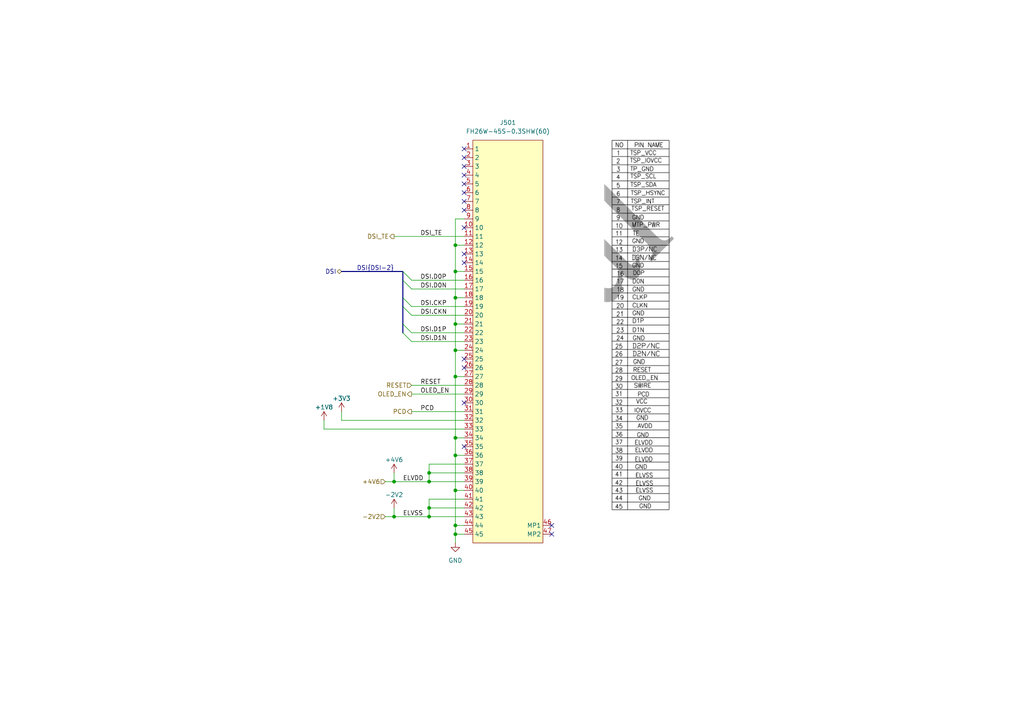
<source format=kicad_sch>
(kicad_sch (version 20230121) (generator eeschema)
  (paper "A4")
  (title_block (title "Watch Display Connector") (date "2023-12-21") (rev "1") (comment 1 "Checked by Ben Smith on 21/12/23"))
  (lib_symbols
    (symbol "power:+1V8" (power) (pin_names (offset 0))
      (property "Value" "+1V8" (at 0 3.556 0))
      (symbol "+1V8_0_1"
        (polyline (pts (xy -0.762 1.27) (xy 0 2.54)))
        (polyline (pts (xy 0 0) (xy 0 2.54)))
        (polyline (pts (xy 0 2.54) (xy 0.762 1.27)))
      )
      (symbol "+1V8_1_1"
        (pin power_in line (at 0 0 90) (length 0) hide (name "+1V8") (number "1"))
      )
    )
    (symbol "power:+3V3" (power) (pin_names (offset 0))
      (property "Value" "+3V3" (at 0 3.556 0))
      (symbol "+3V3_0_1"
        (polyline (pts (xy -0.762 1.27) (xy 0 2.54)))
        (polyline (pts (xy 0 0) (xy 0 2.54)))
        (polyline (pts (xy 0 2.54) (xy 0.762 1.27)))
      )
      (symbol "+3V3_1_1"
        (pin power_in line (at 0 0 90) (length 0) hide (name "+3V3") (number "1"))
      )
    )
    (symbol "power:GND" (power) (pin_names (offset 0))
      (property "Value" "GND" (at 0 -3.81 0))
      (symbol "GND_0_1"
        (polyline (pts (xy 0 0) (xy 0 -1.27) (xy 1.27 -1.27) (xy 0 -2.54) (xy -1.27 -1.27) (xy 0 -1.27)))
      )
      (symbol "GND_1_1"
        (pin power_in line (at 0 0 270) (length 0) hide (name "GND") (number "1"))
      )
    )
    (symbol "watch_symbols_lib:+4V6" (power) (pin_names (offset 0))
      (property "Value" "+4V6" (at 0 3.556 0))
      (symbol "+4V6_0_1"
        (polyline (pts (xy -0.762 1.27) (xy 0 2.54)))
        (polyline (pts (xy 0 0) (xy 0 2.54)))
        (polyline (pts (xy 0 2.54) (xy 0.762 1.27)))
      )
      (symbol "+4V6_1_1"
        (pin power_in line (at 0 0 90) (length 0) hide (name "+4V6") (number "1"))
      )
    )
    (symbol "watch_symbols_lib:-2V2" (power) (pin_names (offset 0))
      (property "Value" "-2V2" (at 0 3.556 0))
      (symbol "-2V2_0_1"
        (polyline (pts (xy -0.762 1.27) (xy 0 2.54)))
        (polyline (pts (xy 0 0) (xy 0 2.54)))
        (polyline (pts (xy 0 2.54) (xy 0.762 1.27)))
      )
      (symbol "-2V2_1_1"
        (pin power_in line (at 0 0 90) (length 0) hide (name "-2V2") (number "1"))
      )
    )
    (symbol "watch_symbols_lib:FH26W-45S-0.3SHW(60)"
      (property "Reference" "J" (at 0 7.62 0))
      (property "Value" "FH26W-45S-0.3SHW(60)" (at 0 5.08 0))
      (symbol "FH26W-45S-0.3SHW(60)_0_0"
        (pin passive line (at -12.7 0 0) (length 2.54) (name "1") (number "1"))
        (pin passive line (at -12.7 -22.86 0) (length 2.54) (name "10") (number "10"))
        (pin passive line (at -12.7 -25.4 0) (length 2.54) (name "11") (number "11"))
        (pin passive line (at -12.7 -27.94 0) (length 2.54) (name "12") (number "12"))
        (pin passive line (at -12.7 -30.48 0) (length 2.54) (name "13") (number "13"))
        (pin passive line (at -12.7 -33.02 0) (length 2.54) (name "14") (number "14"))
        (pin passive line (at -12.7 -35.56 0) (length 2.54) (name "15") (number "15"))
        (pin passive line (at -12.7 -38.1 0) (length 2.54) (name "16") (number "16"))
        (pin passive line (at -12.7 -40.64 0) (length 2.54) (name "17") (number "17"))
        (pin passive line (at -12.7 -43.18 0) (length 2.54) (name "18") (number "18"))
        (pin passive line (at -12.7 -45.72 0) (length 2.54) (name "19") (number "19"))
        (pin passive line (at -12.7 -2.54 0) (length 2.54) (name "2") (number "2"))
        (pin passive line (at -12.7 -48.26 0) (length 2.54) (name "20") (number "20"))
        (pin passive line (at -12.7 -50.8 0) (length 2.54) (name "21") (number "21"))
        (pin passive line (at -12.7 -53.34 0) (length 2.54) (name "22") (number "22"))
        (pin passive line (at -12.7 -55.88 0) (length 2.54) (name "23") (number "23"))
        (pin passive line (at -12.7 -58.42 0) (length 2.54) (name "24") (number "24"))
        (pin passive line (at -12.7 -60.96 0) (length 2.54) (name "25") (number "25"))
        (pin passive line (at -12.7 -63.5 0) (length 2.54) (name "26") (number "26"))
        (pin passive line (at -12.7 -66.04 0) (length 2.54) (name "27") (number "27"))
        (pin passive line (at -12.7 -68.58 0) (length 2.54) (name "28") (number "28"))
        (pin passive line (at -12.7 -71.12 0) (length 2.54) (name "29") (number "29"))
        (pin passive line (at -12.7 -5.08 0) (length 2.54) (name "3") (number "3"))
        (pin passive line (at -12.7 -73.66 0) (length 2.54) (name "30") (number "30"))
        (pin passive line (at -12.7 -76.2 0) (length 2.54) (name "31") (number "31"))
        (pin passive line (at -12.7 -78.74 0) (length 2.54) (name "32") (number "32"))
        (pin passive line (at -12.7 -81.28 0) (length 2.54) (name "33") (number "33"))
        (pin passive line (at -12.7 -83.82 0) (length 2.54) (name "34") (number "34"))
        (pin passive line (at -12.7 -86.36 0) (length 2.54) (name "35") (number "35"))
        (pin passive line (at -12.7 -88.9 0) (length 2.54) (name "36") (number "36"))
        (pin passive line (at -12.7 -91.44 0) (length 2.54) (name "37") (number "37"))
        (pin passive line (at -12.7 -93.98 0) (length 2.54) (name "38") (number "38"))
        (pin passive line (at -12.7 -96.52 0) (length 2.54) (name "39") (number "39"))
        (pin passive line (at -12.7 -7.62 0) (length 2.54) (name "4") (number "4"))
        (pin passive line (at -12.7 -99.06 0) (length 2.54) (name "40") (number "40"))
        (pin passive line (at -12.7 -101.6 0) (length 2.54) (name "41") (number "41"))
        (pin passive line (at -12.7 -104.14 0) (length 2.54) (name "42") (number "42"))
        (pin passive line (at -12.7 -106.68 0) (length 2.54) (name "43") (number "43"))
        (pin passive line (at -12.7 -109.22 0) (length 2.54) (name "44") (number "44"))
        (pin passive line (at -12.7 -111.76 0) (length 2.54) (name "45") (number "45"))
        (pin passive line (at 12.7 -109.22 180) (length 2.54) (name "MP1") (number "46"))
        (pin passive line (at 12.7 -111.76 180) (length 2.54) (name "MP2") (number "47"))
        (pin passive line (at -12.7 -10.16 0) (length 2.54) (name "5") (number "5"))
        (pin passive line (at -12.7 -12.7 0) (length 2.54) (name "6") (number "6"))
        (pin passive line (at -12.7 -15.24 0) (length 2.54) (name "7") (number "7"))
        (pin passive line (at -12.7 -17.78 0) (length 2.54) (name "8") (number "8"))
        (pin passive line (at -12.7 -20.32 0) (length 2.54) (name "9") (number "9"))
      )
      (symbol "FH26W-45S-0.3SHW(60)_1_1"
        (rectangle (start -10.16 2.54) (end 10.16 -114.3) (fill (type background)))
      )
    )
  )
  (junction (at 124.46 137.16))
  (junction (at 132.08 142.24))
  (junction (at 132.08 154.94))
  (junction (at 132.08 109.22))
  (junction (at 132.08 152.4))
  (junction (at 124.46 139.7))
  (junction (at 132.08 93.98))
  (junction (at 132.08 71.12))
  (junction (at 132.08 101.6))
  (junction (at 132.08 132.08))
  (junction (at 132.08 86.36))
  (junction (at 114.3 149.86))
  (junction (at 114.3 139.7))
  (junction (at 132.08 78.74))
  (junction (at 124.46 149.86))
  (junction (at 124.46 147.32))
  (junction (at 132.08 127))
  (no_connect (at 134.62 76.2))
  (no_connect (at 134.62 55.88))
  (no_connect (at 134.62 116.84))
  (no_connect (at 134.62 60.96))
  (no_connect (at 134.62 53.34))
  (no_connect (at 134.62 104.14))
  (no_connect (at 134.62 73.66))
  (no_connect (at 160.02 154.94))
  (no_connect (at 134.62 66.04))
  (no_connect (at 134.62 58.42))
  (no_connect (at 134.62 106.68))
  (no_connect (at 134.62 48.26))
  (no_connect (at 134.62 43.18))
  (no_connect (at 160.02 152.4))
  (no_connect (at 134.62 50.8))
  (no_connect (at 134.62 129.54))
  (no_connect (at 134.62 45.72))
  (bus_entry (at 119.38 88.9) (size -2.54 -2.54))
  (bus_entry (at 119.38 83.82) (size -2.54 -2.54))
  (bus_entry (at 119.38 99.06) (size -2.54 -2.54))
  (bus_entry (at 119.38 91.44) (size -2.54 -2.54))
  (bus_entry (at 119.38 96.52) (size -2.54 -2.54))
  (bus_entry (at 119.38 81.28) (size -2.54 -2.54))
  (wire (pts (xy 134.62 71.12) (xy 132.08 71.12)))
  (wire (pts (xy 111.76 139.7) (xy 114.3 139.7)))
  (wire (pts (xy 124.46 149.86) (xy 124.46 147.32)))
  (bus (pts (xy 116.84 78.74) (xy 99.06 78.74)))
  (bus (pts (xy 116.84 81.28) (xy 116.84 78.74)))
  (wire (pts (xy 132.08 152.4) (xy 134.62 152.4)))
  (wire (pts (xy 132.08 71.12) (xy 132.08 78.74)))
  (wire (pts (xy 119.38 119.38) (xy 134.62 119.38)))
  (wire (pts (xy 134.62 109.22) (xy 132.08 109.22)))
  (bus (pts (xy 116.84 93.98) (xy 116.84 96.52)))
  (wire (pts (xy 119.38 88.9) (xy 134.62 88.9)))
  (wire (pts (xy 132.08 109.22) (xy 132.08 127)))
  (wire (pts (xy 119.38 114.3) (xy 134.62 114.3)))
  (wire (pts (xy 124.46 137.16) (xy 134.62 137.16)))
  (wire (pts (xy 134.62 144.78) (xy 124.46 144.78)))
  (wire (pts (xy 132.08 63.5) (xy 132.08 71.12)))
  (wire (pts (xy 119.38 83.82) (xy 134.62 83.82)))
  (wire (pts (xy 124.46 139.7) (xy 124.46 137.16)))
  (wire (pts (xy 114.3 139.7) (xy 124.46 139.7)))
  (bus (pts (xy 116.84 86.36) (xy 116.84 81.28)))
  (wire (pts (xy 124.46 134.62) (xy 124.46 137.16)))
  (wire (pts (xy 134.62 63.5) (xy 132.08 63.5)))
  (wire (pts (xy 119.38 91.44) (xy 134.62 91.44)))
  (bus (pts (xy 116.84 88.9) (xy 116.84 93.98)))
  (wire (pts (xy 132.08 86.36) (xy 132.08 93.98)))
  (wire (pts (xy 134.62 149.86) (xy 124.46 149.86)))
  (wire (pts (xy 119.38 96.52) (xy 134.62 96.52)))
  (wire (pts (xy 134.62 93.98) (xy 132.08 93.98)))
  (wire (pts (xy 132.08 157.48) (xy 132.08 154.94)))
  (wire (pts (xy 124.46 147.32) (xy 134.62 147.32)))
  (wire (pts (xy 119.38 81.28) (xy 134.62 81.28)))
  (wire (pts (xy 134.62 78.74) (xy 132.08 78.74)))
  (wire (pts (xy 132.08 154.94) (xy 134.62 154.94)))
  (wire (pts (xy 99.06 121.92) (xy 134.62 121.92)))
  (wire (pts (xy 134.62 134.62) (xy 124.46 134.62)))
  (wire (pts (xy 124.46 144.78) (xy 124.46 147.32)))
  (wire (pts (xy 132.08 132.08) (xy 132.08 142.24)))
  (wire (pts (xy 134.62 127) (xy 132.08 127)))
  (wire (pts (xy 134.62 132.08) (xy 132.08 132.08)))
  (wire (pts (xy 132.08 154.94) (xy 132.08 152.4)))
  (wire (pts (xy 119.38 99.06) (xy 134.62 99.06)))
  (wire (pts (xy 132.08 101.6) (xy 132.08 109.22)))
  (bus (pts (xy 116.84 86.36) (xy 116.84 88.9)))
  (wire (pts (xy 93.98 124.46) (xy 134.62 124.46)))
  (wire (pts (xy 119.38 111.76) (xy 134.62 111.76)))
  (wire (pts (xy 114.3 137.16) (xy 114.3 139.7)))
  (wire (pts (xy 134.62 142.24) (xy 132.08 142.24)))
  (wire (pts (xy 114.3 147.32) (xy 114.3 149.86)))
  (wire (pts (xy 134.62 139.7) (xy 124.46 139.7)))
  (wire (pts (xy 111.76 149.86) (xy 114.3 149.86)))
  (wire (pts (xy 134.62 101.6) (xy 132.08 101.6)))
  (wire (pts (xy 134.62 86.36) (xy 132.08 86.36)))
  (wire (pts (xy 132.08 78.74) (xy 132.08 86.36)))
  (wire (pts (xy 99.06 119.38) (xy 99.06 121.92)))
  (wire (pts (xy 114.3 68.58) (xy 134.62 68.58)))
  (wire (pts (xy 93.98 121.92) (xy 93.98 124.46)))
  (wire (pts (xy 132.08 93.98) (xy 132.08 101.6)))
  (wire (pts (xy 132.08 127) (xy 132.08 132.08)))
  (wire (pts (xy 132.08 142.24) (xy 132.08 152.4)))
  (wire (pts (xy 114.3 149.86) (xy 124.46 149.86)))
  (image (at 185.42 93.98) (scale 1.59999))
  (label "PCD" (at 121.92 119.38 0))
  (label "DSI.D0N" (at 121.92 83.82 0))
  (label "DSI.CKP" (at 121.92 88.9 0))
  (label "DSI.D1P" (at 121.92 96.52 0))
  (label "DSI.D0P" (at 121.92 81.28 0))
  (label "DSI_TE" (at 121.92 68.58 0))
  (label "DSI.D1N" (at 121.92 99.06 0))
  (label "ELVDD" (at 116.84 139.7 0))
  (label "DSI{DSI-2}" (at 114.3 78.74 180))
  (label "RESET" (at 121.92 111.76 0))
  (label "ELVSS" (at 116.84 149.86 0))
  (label "DSI.CKN" (at 121.92 91.44 0))
  (label "OLED_EN" (at 121.92 114.3 0))
  (hierarchical_label "OLED_EN" (shape output) (at 119.38 114.3 180))
  (hierarchical_label "PCD" (shape output) (at 119.38 119.38 180))
  (hierarchical_label "DSI" (shape bidirectional) (at 99.06 78.74 180) (property "DSI" "DSI" (effects hide)))
  (hierarchical_label "+4V6" (shape input) (at 111.76 139.7 180))
  (hierarchical_label "RESET" (shape input) (at 119.38 111.76 180))
  (hierarchical_label "-2V2" (shape input) (at 111.76 149.86 180))
  (hierarchical_label "DSI_TE" (shape output) (at 114.3 68.58 180))
  (symbol (lib_id "power:+3V3") (at 99.06 119.38 0) (unit 1)
    (property "Reference" "#PWR0502" (effects hide))
    (property "Value" "+3V3" (at 99.06 115.57 0))
  )
  (symbol (lib_id "watch_symbols_lib:FH26W-45S-0.3SHW(60)") (at 147.32 43.18 0) (unit 1)
    (property "Reference" "J501" (at 147.32 35.56 0))
    (property "Value" "FH26W-45S-0.3SHW(60)" (at 147.32 38.1 0))
    (property "Footprint" "watch_footprints:FH26W-45S-0.3SHW(60)" (effects hide))
    (property "Datasheet" "https://www.mouser.co.uk/datasheet/2/185/FH26W_45S_0_3SHW_60__CL0580_2414_3_60_2DDrawing_00-1614924.pdf" (effects hide))
  )
  (symbol (lib_id "watch_symbols_lib:+4V6") (at 114.3 137.16 0) (unit 1)
    (property "Reference" "#PWR0503" (effects hide))
    (property "Value" "+4V6" (at 114.3 133.35 0))
  )
  (symbol (lib_id "power:GND") (at 132.08 157.48 0) (unit 1)
    (property "Reference" "#PWR0505" (effects hide))
    (property "Value" "GND" (at 132.08 162.56 0))
  )
  (symbol (lib_id "watch_symbols_lib:-2V2") (at 114.3 147.32 0) (unit 1)
    (property "Reference" "#PWR0504" (effects hide))
    (property "Value" "-2V2" (at 114.3 143.51 0))
  )
  (symbol (lib_id "power:+1V8") (at 93.98 121.92 0) (unit 1)
    (property "Reference" "#PWR0501" (effects hide))
    (property "Value" "+1V8" (at 93.98 118.11 0))
  )
)
</source>
